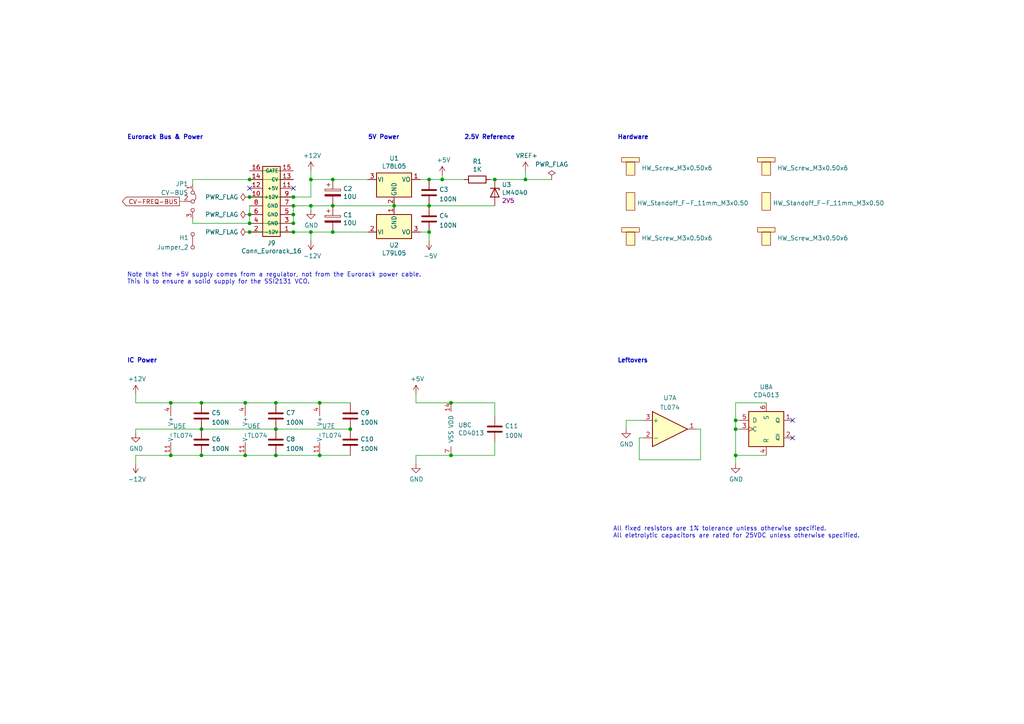
<source format=kicad_sch>
(kicad_sch (version 20211123) (generator eeschema)
  (paper "A4")
  (title_block (title "Power & Stuff - Eurorack SSI2131 VCO") (date "2022-01-31") (rev "1.1") (company "Len Popp") (comment 1 "Copyright © 2022 Len Popp CC BY") (comment 2 "Eurorack VCO module based on SSI2131, 10 HP"))
  (lib_symbols
    (symbol "-lmp-IC-misc:CD4013" (pin_names (offset 1.016))
      (property "Reference" "U" (at -7.62 8.89 0))
      (property "Value" "CD4013" (at -7.62 -8.89 0))
      (symbol "CD4013_1_1"
        (rectangle (start -5.08 5.08) (end 5.08 -5.08) (stroke (width 0.254)) (fill (type background)))
        (pin output line (at 7.62 2.54 180) (length 2.54) (name "Q") (number "1"))
        (pin output line (at 7.62 -2.54 180) (length 2.54) (name "~{Q}") (number "2"))
        (pin input clock (at -7.62 0 0) (length 2.54) (name "C") (number "3"))
        (pin input line (at 0 -7.62 90) (length 2.54) (name "R") (number "4"))
        (pin input line (at -7.62 2.54 0) (length 2.54) (name "D") (number "5"))
        (pin input line (at 0 7.62 270) (length 2.54) (name "S") (number "6"))
      )
      (symbol "CD4013_2_1"
        (rectangle (start -5.08 5.08) (end 5.08 -5.08) (stroke (width 0.254)) (fill (type background)))
        (pin input line (at 0 -7.62 90) (length 2.54) (name "R") (number "10"))
        (pin input clock (at -7.62 0 0) (length 2.54) (name "C") (number "11"))
        (pin output line (at 7.62 -2.54 180) (length 2.54) (name "~{Q}") (number "12"))
        (pin output line (at 7.62 2.54 180) (length 2.54) (name "Q") (number "13"))
        (pin input line (at 0 7.62 270) (length 2.54) (name "S") (number "8"))
        (pin input line (at -7.62 2.54 0) (length 2.54) (name "D") (number "9"))
      )
      (symbol "CD4013_3_1"
        (pin power_in line (at 3.81 7.62 270) (length 2.54) (name "VDD") (number "14"))
        (pin power_in line (at 3.81 -7.62 90) (length 2.54) (name "VSS") (number "7"))
      )
    )
    (symbol "-lmp-opamp:TL074" (pin_names (offset 0.127))
      (property "Reference" "U" (at 0 5.08 0))
      (property "Value" "TL074" (at 0 -5.08 0))
      (symbol "TL074_1_1"
        (polyline (pts (xy -5.08 5.08) (xy 5.08 0) (xy -5.08 -5.08) (xy -5.08 5.08)) (stroke (width 0.254)) (fill (type background)))
        (pin output line (at 7.62 0 180) (length 2.54) (name "~") (number "1"))
        (pin input line (at -7.62 -2.54 0) (length 2.54) (name "-") (number "2"))
        (pin input line (at -7.62 2.54 0) (length 2.54) (name "+") (number "3"))
      )
      (symbol "TL074_2_1"
        (polyline (pts (xy -5.08 5.08) (xy 5.08 0) (xy -5.08 -5.08) (xy -5.08 5.08)) (stroke (width 0.254)) (fill (type background)))
        (pin input line (at -7.62 2.54 0) (length 2.54) (name "+") (number "5"))
        (pin input line (at -7.62 -2.54 0) (length 2.54) (name "-") (number "6"))
        (pin output line (at 7.62 0 180) (length 2.54) (name "~") (number "7"))
      )
      (symbol "TL074_3_1"
        (polyline (pts (xy -5.08 5.08) (xy 5.08 0) (xy -5.08 -5.08) (xy -5.08 5.08)) (stroke (width 0.254)) (fill (type background)))
        (pin input line (at -7.62 2.54 0) (length 2.54) (name "+") (number "10"))
        (pin output line (at 7.62 0 180) (length 2.54) (name "~") (number "8"))
        (pin input line (at -7.62 -2.54 0) (length 2.54) (name "-") (number "9"))
      )
      (symbol "TL074_4_1"
        (polyline (pts (xy -5.08 5.08) (xy 5.08 0) (xy -5.08 -5.08) (xy -5.08 5.08)) (stroke (width 0.254)) (fill (type background)))
        (pin input line (at -7.62 2.54 0) (length 2.54) (name "+") (number "12"))
        (pin input line (at -7.62 -2.54 0) (length 2.54) (name "-") (number "13"))
        (pin output line (at 7.62 0 180) (length 2.54) (name "~") (number "14"))
      )
      (symbol "TL074_5_1"
        (pin power_in line (at -2.54 -7.62 90) (length 3.81) (name "V-") (number "11"))
        (pin power_in line (at -2.54 7.62 270) (length 3.81) (name "V+") (number "4"))
      )
    )
    (symbol "-lmp-power:+12V" (power) (pin_names (offset 0))
      (property "Value" "-lmp-power_+12V" (at 0 3.556 0))
      (symbol "+12V_0_1"
        (polyline (pts (xy -0.762 1.27) (xy 0 2.54)))
        (polyline (pts (xy 0 0) (xy 0 2.54)))
        (polyline (pts (xy 0 2.54) (xy 0.762 1.27)))
      )
      (symbol "+12V_1_1"
        (pin power_in line (at 0 0 90) (length 0) hide (name "+12V") (number "1"))
      )
    )
    (symbol "-lmp-power:+5V" (power) (pin_names (offset 0))
      (property "Value" "-lmp-power_+5V" (at 0 3.556 0))
      (symbol "+5V_0_1"
        (polyline (pts (xy -0.762 1.27) (xy 0 2.54)))
        (polyline (pts (xy 0 0) (xy 0 2.54)))
        (polyline (pts (xy 0 2.54) (xy 0.762 1.27)))
      )
      (symbol "+5V_1_1"
        (pin power_in line (at 0 0 90) (length 0) hide (name "+5V") (number "1"))
      )
    )
    (symbol "-lmp-power:-12V" (power) (pin_names (offset 0))
      (property "Value" "-lmp-power_-12V" (at 0 -3.556 0))
      (symbol "-12V_0_1"
        (polyline (pts (xy -0.762 -1.27) (xy 0 -2.54)))
        (polyline (pts (xy 0 -2.54) (xy 0.762 -1.27)))
        (polyline (pts (xy 0 0) (xy 0 -2.54)))
      )
      (symbol "-12V_1_1"
        (pin power_in line (at 0 0 270) (length 0) hide (name "-12V") (number "1"))
      )
    )
    (symbol "-lmp-power:-5V" (power) (pin_names (offset 0))
      (property "Value" "-lmp-power_-5V" (at 0 -3.556 0))
      (symbol "-5V_0_1"
        (polyline (pts (xy -0.762 -1.27) (xy 0 -2.54)))
        (polyline (pts (xy 0 -2.54) (xy 0.762 -1.27)))
        (polyline (pts (xy 0 0) (xy 0 -2.54)))
      )
      (symbol "-5V_1_1"
        (pin power_in line (at 0 0 270) (length 0) hide (name "-5V") (number "1"))
      )
    )
    (symbol "-lmp-power:GND" (power) (pin_names (offset 0))
      (property "Value" "-lmp-power_GND" (at 0 -3.81 0))
      (symbol "GND_0_1"
        (polyline (pts (xy 0 0) (xy 0 -1.27) (xy 1.27 -1.27) (xy 0 -2.54) (xy -1.27 -1.27) (xy 0 -1.27)))
      )
      (symbol "GND_1_1"
        (pin power_in line (at 0 0 270) (length 0) hide (name "GND") (number "1"))
      )
    )
    (symbol "-lmp-power:PWR_FLAG" (power) (pin_numbers hide) (pin_names (offset 0) hide)
      (property "Value" "-lmp-power_PWR_FLAG" (at 0 3.81 0))
      (symbol "PWR_FLAG_0_0"
        (pin power_out line (at 0 0 90) (length 0) (name "pwr") (number "1"))
      )
      (symbol "PWR_FLAG_0_1"
        (polyline (pts (xy 0 0) (xy 0 1.27) (xy -1.016 1.905) (xy 0 2.54) (xy 1.016 1.905) (xy 0 1.27)))
      )
    )
    (symbol "-lmp-power:VREF+" (power) (pin_names (offset 0))
      (property "Value" "-lmp-power_VREF+" (at 0 3.556 0))
      (symbol "VREF+_0_1"
        (polyline (pts (xy -0.762 1.27) (xy 0 2.54)))
        (polyline (pts (xy 0 0) (xy 0 2.54)))
        (polyline (pts (xy 0 2.54) (xy 0.762 1.27)))
      )
      (symbol "VREF+_1_1"
        (pin power_in line (at 0 0 90) (length 0) hide (name "VREF+") (number "1"))
      )
    )
    (symbol "-lmp-regulator:L78L05_TO92" (pin_names (offset 0.254))
      (property "Reference" "U" (at -3.81 3.175 0))
      (property "Value" "L78L05_TO92" (at 0 3.175 0))
      (symbol "L78L05_TO92_0_1"
        (rectangle (start -5.08 -5.08) (end 5.08 1.905) (stroke (width 0.254)) (fill (type background)))
      )
      (symbol "L78L05_TO92_1_1"
        (pin power_out line (at 7.62 0 180) (length 2.54) (name "VO") (number "1"))
        (pin power_in line (at 0 -7.62 90) (length 2.54) (name "GND") (number "2"))
        (pin power_in line (at -7.62 0 0) (length 2.54) (name "VI") (number "3"))
      )
    )
    (symbol "-lmp-regulator:L79L05_TO92" (pin_names (offset 0.254))
      (property "Reference" "U" (at -3.81 -3.175 0))
      (property "Value" "L79L05_TO92" (at 0 -3.175 0))
      (symbol "L79L05_TO92_0_1"
        (rectangle (start -5.08 5.08) (end 5.08 -1.905) (stroke (width 0.254)) (fill (type background)))
      )
      (symbol "L79L05_TO92_1_1"
        (pin power_in line (at 0 7.62 270) (length 2.54) (name "GND") (number "1"))
        (pin power_in line (at -7.62 0 0) (length 2.54) (name "VI") (number "2"))
        (pin power_out line (at 7.62 0 180) (length 2.54) (name "VO") (number "3"))
      )
    )
    (symbol "-lmp-regulator:LM4040" (pin_numbers hide) (pin_names (offset 1.016) hide)
      (property "Reference" "U" (at 0 2.54 0))
      (property "Value" "LM4040" (at 0 -2.54 0))
      (property "Value2" "[voltage]" (at 0 -4.572 0))
      (symbol "LM4040_0_1"
        (polyline (pts (xy 1.27 0) (xy -1.27 0)))
        (polyline (pts (xy -1.27 -1.27) (xy -1.27 1.27) (xy -0.762 1.27)) (stroke (width 0.254)))
        (polyline (pts (xy 1.27 -1.27) (xy 1.27 1.27) (xy -1.27 0) (xy 1.27 -1.27)) (stroke (width 0.254)))
      )
      (symbol "LM4040_1_1"
        (pin passive line (at -3.81 0 0) (length 2.54) (name "K") (number "1"))
        (pin passive line (at 3.81 0 180) (length 2.54) (name "A") (number "2"))
      )
    )
    (symbol "-lmp-synth:CP_10U" (pin_numbers hide) (pin_names (offset 0.254))
      (property "Reference" "C" (at 0.635 2.54 0))
      (property "Value" "CP_10U" (at 0.635 -2.54 0))
      (symbol "CP_10U_0_1"
        (rectangle (start -2.286 0.508) (end 2.286 1.016))
        (polyline (pts (xy -1.778 2.286) (xy -0.762 2.286)))
        (polyline (pts (xy -1.27 2.794) (xy -1.27 1.778)))
        (rectangle (start 2.286 -0.508) (end -2.286 -1.016) (fill (type outline)))
      )
      (symbol "CP_10U_1_1"
        (pin passive line (at 0 3.81 270) (length 2.794) (name "~") (number "1"))
        (pin passive line (at 0 -3.81 90) (length 2.794) (name "~") (number "2"))
      )
    )
    (symbol "-lmp-synth:Conn_Eurorack_Pwr_16"
      (property "Reference" "J" (at 1.27 10.16 0))
      (property "Value" "Conn_Eurorack_Pwr_16" (at 1.27 -12.7 0))
      (symbol "Conn_Eurorack_Pwr_16_1_1"
        (rectangle (start 3.81 -11.43) (end -1.27 8.89) (stroke (width 0.254)) (fill (type background)))
        (pin power_in line (at 7.62 -10.16 180) (length 3.81) (name "-12V") (number "1"))
        (pin power_in line (at -5.08 0 0) (length 3.81) (name "~") (number "10"))
        (pin power_in line (at 7.62 2.54 180) (length 3.81) (name "+5V") (number "11"))
        (pin power_in line (at -5.08 2.54 0) (length 3.81) (name "~") (number "12"))
        (pin bidirectional line (at 7.62 5.08 180) (length 3.81) (name "CV") (number "13"))
        (pin bidirectional line (at -5.08 5.08 0) (length 3.81) (name "~") (number "14"))
        (pin bidirectional line (at 7.62 7.62 180) (length 3.81) (name "GATE") (number "15"))
        (pin bidirectional line (at -5.08 7.62 0) (length 3.81) (name "~") (number "16"))
        (pin power_in line (at -5.08 -10.16 0) (length 3.81) (name "~") (number "2"))
        (pin power_in line (at 7.62 -7.62 180) (length 3.81) (name "GND") (number "3"))
        (pin power_in line (at -5.08 -7.62 0) (length 3.81) (name "~") (number "4"))
        (pin power_in line (at 7.62 -5.08 180) (length 3.81) (name "GND") (number "5"))
        (pin power_in line (at -5.08 -5.08 0) (length 3.81) (name "~") (number "6"))
        (pin power_in line (at 7.62 -2.54 180) (length 3.81) (name "GND") (number "7"))
        (pin power_in line (at -5.08 -2.54 0) (length 3.81) (name "~") (number "8"))
        (pin power_in line (at 7.62 0 180) (length 3.81) (name "+12V") (number "9"))
      )
    )
    (symbol "-lmp-synth:HW_Screw_M3x0.50x6" (pin_names (offset 1.016)) (on_board no)
      (property "Value" "HW_Screw_M3x0.50x6" (at 0 -5.08 0))
      (symbol "HW_Screw_M3x0.50x6_0_1"
        (rectangle (start -2.54 1.27) (end 2.54 2.54) (fill (type background)))
        (rectangle (start -1.27 1.27) (end 1.27 -2.54) (fill (type background)))
      )
    )
    (symbol "-lmp-synth:HW_Standoff_F-F_11mm_M3x0.50" (pin_names (offset 1.016)) (on_board no)
      (property "Value" "HW_Standoff_F-F_11mm_M3x0.50" (at 0 -3.81 0))
      (symbol "HW_Standoff_F-F_11mm_M3x0.50_0_1"
        (rectangle (start -1.27 2.54) (end 1.27 -2.54) (fill (type background)))
      )
    )
    (symbol "-lmp:CC_100N" (pin_numbers hide) (pin_names (offset 0.254))
      (property "Reference" "C" (at 0.635 2.54 0))
      (property "Value" "CC_100N" (at 0.635 -2.54 0))
      (symbol "CC_100N_0_1"
        (polyline (pts (xy -2.032 -0.762) (xy 2.032 -0.762)) (stroke (width 0.508)))
        (polyline (pts (xy -2.032 0.762) (xy 2.032 0.762)) (stroke (width 0.508)))
      )
      (symbol "CC_100N_1_1"
        (pin passive line (at 0 3.81 270) (length 2.794) (name "~") (number "1"))
        (pin passive line (at 0 -3.81 90) (length 2.794) (name "~") (number "2"))
      )
    )
    (symbol "-lmp:Jumper_2" (pin_names (offset 0) hide) (on_board no)
      (property "Reference" "H" (at 0 2.54 0))
      (property "Value" "Jumper_2" (at 0 -2.286 0))
      (symbol "Jumper_2_0_0"
        (circle (center -1.905 0) (radius 0.508))
        (circle (center 1.905 0) (radius 0.508))
      )
      (symbol "Jumper_2_0_1"
        (polyline (pts (xy -1.397 0) (xy 1.397 0)) (stroke (width 0.1524)))
      )
    )
    (symbol "-lmp:Jumper_Pins_3_Bridged12" (pin_names (offset 0) hide)
      (property "Reference" "JP" (at -2.54 -2.54 0))
      (property "Value" "Jumper_Pins_3_Bridged12" (at 0 2.794 0))
      (symbol "Jumper_Pins_3_Bridged12_0_0"
        (circle (center -2.54 0) (radius 0.508))
        (circle (center 0 0) (radius 0.508))
        (circle (center 2.54 0) (radius 0.508))
      )
      (symbol "Jumper_Pins_3_Bridged12_0_1"
        (arc (start -0.254 0.508) (mid -1.27 0.9288) (end -2.286 0.508))
        (polyline (pts (xy 0 -1.27) (xy 0 -0.508)))
      )
      (symbol "Jumper_Pins_3_Bridged12_1_1"
        (pin passive line (at -5.08 0 0) (length 2.032) (name "A") (number "1"))
        (pin input line (at 0 -2.54 90) (length 1.27) (name "C") (number "2"))
        (pin passive line (at 5.08 0 180) (length 2.032) (name "B") (number "3"))
      )
    )
    (symbol "-lmp:R_1%_0W166" (pin_numbers hide) (pin_names (offset 0))
      (property "Reference" "R" (at -2.286 0 90))
      (property "Value" "R_1%_0W166" (at 2.413 0 90))
      (symbol "R_1%_0W166_0_1"
        (rectangle (start -1.016 -2.54) (end 1.016 2.54) (stroke (width 0.254)))
      )
      (symbol "R_1%_0W166_1_1"
        (pin passive line (at 0 3.81 270) (length 1.27) (name "~") (number "1"))
        (pin passive line (at 0 -3.81 90) (length 1.27) (name "~") (number "2"))
      )
    )
  )
  (junction (at 124.46 52.07))
  (junction (at 90.17 52.07))
  (junction (at 72.39 62.23))
  (junction (at 90.17 67.31))
  (junction (at 80.01 132.08))
  (junction (at 130.81 116.84))
  (junction (at 71.12 116.84))
  (junction (at 58.42 124.46))
  (junction (at 96.52 59.69))
  (junction (at 143.51 52.07))
  (junction (at 85.09 57.15))
  (junction (at 71.12 132.08))
  (junction (at 114.3 59.69))
  (junction (at 213.36 132.08))
  (junction (at 85.09 59.69))
  (junction (at 58.42 116.84))
  (junction (at 101.6 124.46))
  (junction (at 92.71 132.08))
  (junction (at 72.39 67.31))
  (junction (at 80.01 124.46))
  (junction (at 124.46 59.69))
  (junction (at 124.46 67.31))
  (junction (at 85.09 67.31))
  (junction (at 49.53 116.84))
  (junction (at 49.53 132.08))
  (junction (at 72.39 57.15))
  (junction (at 213.36 121.92))
  (junction (at 58.42 132.08))
  (junction (at 152.4 52.07))
  (junction (at 85.09 64.77))
  (junction (at 72.39 52.07))
  (junction (at 85.09 62.23))
  (junction (at 130.81 132.08))
  (junction (at 80.01 116.84))
  (junction (at 90.17 59.69))
  (junction (at 72.39 64.77))
  (junction (at 128.27 52.07))
  (junction (at 213.36 124.46))
  (junction (at 96.52 52.07))
  (junction (at 96.52 67.31))
  (junction (at 92.71 116.84))
  (no_connect (at 72.39 54.61))
  (no_connect (at 229.87 127))
  (no_connect (at 229.87 121.92))
  (no_connect (at 85.09 54.61))
  (wire (pts (xy 120.65 116.84) (xy 130.81 116.84)))
  (wire (pts (xy 124.46 67.31) (xy 124.46 69.85)))
  (wire (pts (xy 39.37 124.46) (xy 58.42 124.46)))
  (wire (pts (xy 90.17 67.31) (xy 85.09 67.31)))
  (wire (pts (xy 80.01 116.84) (xy 92.71 116.84)))
  (wire (pts (xy 214.63 124.46) (xy 213.36 124.46)))
  (wire (pts (xy 143.51 132.08) (xy 143.51 128.27)))
  (wire (pts (xy 85.09 62.23) (xy 85.09 59.69)))
  (wire (pts (xy 213.36 124.46) (xy 213.36 132.08)))
  (wire (pts (xy 124.46 52.07) (xy 128.27 52.07)))
  (wire (pts (xy 72.39 64.77) (xy 55.88 64.77)))
  (wire (pts (xy 214.63 121.92) (xy 213.36 121.92)))
  (wire (pts (xy 124.46 59.69) (xy 143.51 59.69)))
  (wire (pts (xy 120.65 132.08) (xy 120.65 134.62)))
  (wire (pts (xy 121.92 52.07) (xy 124.46 52.07)))
  (wire (pts (xy 85.09 67.31) (xy 72.39 67.31)))
  (wire (pts (xy 152.4 49.53) (xy 152.4 52.07)))
  (wire (pts (xy 55.88 64.77) (xy 55.88 63.5)))
  (wire (pts (xy 80.01 124.46) (xy 101.6 124.46)))
  (wire (pts (xy 39.37 124.46) (xy 39.37 125.73)))
  (wire (pts (xy 72.39 64.77) (xy 72.39 62.23)))
  (wire (pts (xy 143.51 120.65) (xy 143.51 116.84)))
  (wire (pts (xy 58.42 132.08) (xy 71.12 132.08)))
  (wire (pts (xy 39.37 116.84) (xy 49.53 116.84)))
  (wire (pts (xy 90.17 57.15) (xy 85.09 57.15)))
  (wire (pts (xy 120.65 132.08) (xy 130.81 132.08)))
  (wire (pts (xy 201.93 124.46) (xy 203.2 124.46)))
  (wire (pts (xy 106.68 67.31) (xy 96.52 67.31)))
  (wire (pts (xy 213.36 121.92) (xy 213.36 124.46)))
  (wire (pts (xy 72.39 49.53) (xy 85.09 49.53)))
  (wire (pts (xy 72.39 52.07) (xy 55.88 52.07)))
  (wire (pts (xy 181.61 121.92) (xy 186.69 121.92)))
  (wire (pts (xy 72.39 62.23) (xy 72.39 59.69)))
  (wire (pts (xy 85.09 64.77) (xy 85.09 62.23)))
  (wire (pts (xy 39.37 116.84) (xy 39.37 114.3)))
  (wire (pts (xy 90.17 52.07) (xy 90.17 57.15)))
  (wire (pts (xy 213.36 116.84) (xy 213.36 121.92)))
  (wire (pts (xy 92.71 116.84) (xy 101.6 116.84)))
  (wire (pts (xy 114.3 59.69) (xy 96.52 59.69)))
  (wire (pts (xy 185.42 127) (xy 185.42 133.35)))
  (wire (pts (xy 85.09 57.15) (xy 72.39 57.15)))
  (wire (pts (xy 85.09 64.77) (xy 72.39 64.77)))
  (wire (pts (xy 222.25 132.08) (xy 213.36 132.08)))
  (wire (pts (xy 185.42 127) (xy 186.69 127)))
  (wire (pts (xy 71.12 116.84) (xy 80.01 116.84)))
  (wire (pts (xy 90.17 67.31) (xy 96.52 67.31)))
  (wire (pts (xy 181.61 124.46) (xy 181.61 121.92)))
  (wire (pts (xy 90.17 49.53) (xy 90.17 52.07)))
  (wire (pts (xy 213.36 134.62) (xy 213.36 132.08)))
  (wire (pts (xy 58.42 116.84) (xy 71.12 116.84)))
  (wire (pts (xy 90.17 52.07) (xy 96.52 52.07)))
  (wire (pts (xy 90.17 59.69) (xy 85.09 59.69)))
  (wire (pts (xy 49.53 116.84) (xy 58.42 116.84)))
  (wire (pts (xy 49.53 132.08) (xy 58.42 132.08)))
  (wire (pts (xy 128.27 50.8) (xy 128.27 52.07)))
  (wire (pts (xy 90.17 69.85) (xy 90.17 67.31)))
  (wire (pts (xy 55.88 52.07) (xy 55.88 53.34)))
  (wire (pts (xy 203.2 124.46) (xy 203.2 133.35)))
  (wire (pts (xy 39.37 134.62) (xy 39.37 132.08)))
  (wire (pts (xy 96.52 52.07) (xy 106.68 52.07)))
  (wire (pts (xy 134.62 52.07) (xy 128.27 52.07)))
  (wire (pts (xy 203.2 133.35) (xy 185.42 133.35)))
  (wire (pts (xy 92.71 132.08) (xy 101.6 132.08)))
  (wire (pts (xy 120.65 114.3) (xy 120.65 116.84)))
  (wire (pts (xy 58.42 124.46) (xy 80.01 124.46)))
  (wire (pts (xy 143.51 52.07) (xy 142.24 52.07)))
  (wire (pts (xy 80.01 132.08) (xy 92.71 132.08)))
  (wire (pts (xy 39.37 132.08) (xy 49.53 132.08)))
  (wire (pts (xy 71.12 132.08) (xy 80.01 132.08)))
  (wire (pts (xy 114.3 59.69) (xy 124.46 59.69)))
  (wire (pts (xy 143.51 52.07) (xy 152.4 52.07)))
  (wire (pts (xy 152.4 52.07) (xy 160.02 52.07)))
  (wire (pts (xy 90.17 59.69) (xy 96.52 59.69)))
  (wire (pts (xy 85.09 52.07) (xy 72.39 52.07)))
  (wire (pts (xy 130.81 132.08) (xy 143.51 132.08)))
  (wire (pts (xy 90.17 59.69) (xy 90.17 60.96)))
  (wire (pts (xy 222.25 116.84) (xy 213.36 116.84)))
  (wire (pts (xy 121.92 67.31) (xy 124.46 67.31)))
  (wire (pts (xy 52.07 58.42) (xy 53.34 58.42)))
  (wire (pts (xy 130.81 116.84) (xy 143.51 116.84)))
  (text "Eurorack Bus & Power" (at 36.83 40.64 0) (effects (font (size 1.27 1.27) (thickness 0.254) bold) (justify left bottom)))
  (text "Leftovers" (at 179.07 105.41 0) (effects (font (size 1.27 1.27) (thickness 0.254) bold) (justify left bottom)))
  (text "Hardware" (at 179.07 40.64 0) (effects (font (size 1.27 1.27) (thickness 0.254) bold) (justify left bottom)))
  (text "5V Power" (at 106.68 40.64 0) (effects (font (size 1.27 1.27) (thickness 0.254) bold) (justify left bottom)))
  (text "All fixed resistors are 1% tolerance unless otherwise specified.\nAll eletrolytic capacitors are rated for 25VDC unless otherwise specified." (at 177.8 156.21 0) (effects (font (size 1.27 1.27)) (justify left bottom)))
  (text "IC Power" (at 36.83 105.41 0) (effects (font (size 1.27 1.27) (thickness 0.254) bold) (justify left bottom)))
  (text "2.5V Reference" (at 134.62 40.64 0) (effects (font (size 1.27 1.27) (thickness 0.254) bold) (justify left bottom)))
  (text "Note that the +5V supply comes from a regulator, not from the Eurorack power cable.\nThis is to ensure a solid supply for the SSI2131 VCO." (at 36.83 82.55 0) (effects (font (size 1.27 1.27)) (justify left bottom)))
  (global_label "CV-FREQ-BUS" (shape output) (at 52.07 58.42 180) (property "Intersheet References" "${INTERSHEET_REFS}" (effects hide)))
  (symbol (lib_id "-lmp-synth:Conn_Eurorack_Pwr_16") (at 77.47 57.15 0) (unit 1)
    (property "Reference" "J9" (at 78.74 70.485 0))
    (property "Value" "Conn_Eurorack_16" (at 78.74 72.7964 0))
    (property "Footprint" "-lmp-synth:IDC-Header-Eurorack-16-TH" (effects hide))
    (property "Datasheet" "https://www.mouser.ca/datasheet/2/445/61201621621-1717735.pdf" (effects hide))
    (property "Manufacturer" "Wurth Elektronik" (effects hide))
    (property "ManufacturerPartNum" "61201621621" (effects hide))
    (property "Distributor" "Mouser" (effects hide))
    (property "DistributorPartNum" "710-61201621621" (effects hide))
    (property "DistributorPartLink" "https://www.mouser.ca/ProductDetail/Wurth-Elektronik/61201621621?qs=ZtY9WdtwX55qFf4n3EFuaA%3D%3D" (effects hide))
  )
  (symbol (lib_id "-lmp-power:PWR_FLAG") (at 72.39 57.15 90) (unit 1)
    (property "Reference" "#FLG0101" (effects hide))
    (property "Value" "PWR_FLAG" (at 69.1642 57.15 90) (effects (justify left)))
  )
  (symbol (lib_id "-lmp-power:PWR_FLAG") (at 72.39 62.23 90) (unit 1)
    (property "Reference" "#FLG0102" (effects hide))
    (property "Value" "PWR_FLAG" (at 69.1642 62.23 90) (effects (justify left)))
  )
  (symbol (lib_id "-lmp-power:PWR_FLAG") (at 72.39 67.31 90) (unit 1)
    (property "Reference" "#FLG0103" (effects hide))
    (property "Value" "PWR_FLAG" (at 69.1642 67.31 90) (effects (justify left)))
  )
  (symbol (lib_id "-lmp-synth:CP_10U") (at 96.52 55.88 0) (unit 1)
    (property "Reference" "C2" (at 99.5172 54.7116 0) (effects (justify left)))
    (property "Value" "10U" (at 99.5172 57.023 0) (effects (justify left)))
    (property "Footprint" "-lmp-misc:CP_Radial_D4.0mm_P2.50mm" (effects hide))
    (property "Datasheet" "https://industrial.panasonic.com/cdbs/www-data/pdf/RDF0000/ABA0000C1209.pdf" (effects hide))
    (property "Manufacturer" "Panasonic" (effects hide))
    (property "ManufacturerPartNum" "EEA-FC1E100" (effects hide))
    (property "Distributor" "Mouser" (effects hide))
    (property "DistributorPartNum" "667-EEA-FC1E100" (effects hide))
    (property "DistributorPartLink" "https://www.mouser.ca/ProductDetail/Panasonic/EEA-FC1E100?qs=nLJruSqDb94EJwiFQJd4iw%3D%3D" (effects hide))
    (property "Note" "12 V decoupling" (effects hide))
    (property "Value2" "25 VDC" (effects hide))
  )
  (symbol (lib_id "-lmp-synth:CP_10U") (at 96.52 63.5 0) (unit 1)
    (property "Reference" "C1" (at 99.5172 62.3316 0) (effects (justify left)))
    (property "Value" "10U" (at 99.5172 64.643 0) (effects (justify left)))
    (property "Footprint" "-lmp-misc:CP_Radial_D4.0mm_P2.50mm" (effects hide))
    (property "Datasheet" "https://industrial.panasonic.com/cdbs/www-data/pdf/RDF0000/ABA0000C1209.pdf" (effects hide))
    (property "Manufacturer" "Panasonic" (effects hide))
    (property "ManufacturerPartNum" "EEA-FC1E100" (effects hide))
    (property "Distributor" "Mouser" (effects hide))
    (property "DistributorPartNum" "667-EEA-FC1E100" (effects hide))
    (property "DistributorPartLink" "https://www.mouser.ca/ProductDetail/Panasonic/EEA-FC1E100?qs=nLJruSqDb94EJwiFQJd4iw%3D%3D" (effects hide))
    (property "Note" "12 V decoupling" (effects hide))
    (property "Value2" "25 VDC" (effects hide))
  )
  (symbol (lib_id "-lmp-power:GND") (at 90.17 60.96 0) (unit 1)
    (property "Reference" "#PWR0159" (effects hide))
    (property "Value" "GND" (at 90.297 65.3542 0))
  )
  (symbol (lib_id "-lmp-power:+12V") (at 90.17 49.53 0) (unit 1)
    (property "Reference" "#PWR0169" (effects hide))
    (property "Value" "+12V" (at 90.551 45.1358 0))
  )
  (symbol (lib_id "-lmp-power:-12V") (at 90.17 69.85 0) (unit 1)
    (property "Reference" "#PWR0158" (effects hide))
    (property "Value" "-12V" (at 90.551 74.2442 0))
  )
  (symbol (lib_id "-lmp-power:PWR_FLAG") (at 160.02 52.07 0) (unit 1)
    (property "Reference" "#FLG0107" (effects hide))
    (property "Value" "PWR_FLAG" (at 160.02 47.6758 0))
  )
  (symbol (lib_id "-lmp-regulator:LM4040") (at 143.51 55.88 270) (unit 1)
    (property "Reference" "U3" (at 145.542 53.5686 90) (effects (justify left)))
    (property "Value" "LM4040" (at 145.542 55.88 90) (effects (justify left)))
    (property "Footprint" "-lmp-misc:TO-92-2_Wide_alt" (effects hide))
    (property "Datasheet" "https://www.ti.com/lit/ds/symlink/lm4040-n.pdf?ts=1622551591255" (effects hide))
    (property "Value2" "2V5" (at 145.542 58.1914 90) (effects (justify left)))
    (property "Manufacturer" "Texas Instruments" (effects hide))
    (property "ManufacturerPartNum" "LM4040C25ILP" (effects hide))
    (property "Distributor" "Mouser" (effects hide))
    (property "DistributorPartLink" "https://www.mouser.ca/ProductDetail/Texas-Instruments/LM4040C25ILP?qs=sGAEpiMZZMvAX9OfPh%252B2NeQKDBdIrMru9XwMGGAeJHk%3D" (effects hide))
    (property "DistributorPartNum" "595-LM4040C25ILP" (effects hide))
  )
  (symbol (lib_id "-lmp-regulator:L79L05_TO92") (at 114.3 67.31 0) (unit 1)
    (property "Reference" "U2" (at 114.3 71.0946 0))
    (property "Value" "L79L05" (at 114.3 73.406 0))
    (property "Footprint" "-lmp-misc:TO-92_Inline_Wide" (effects hide))
    (property "Datasheet" "https://www.mouser.ca/datasheet/2/389/cd00000539-1795613.pdf" (effects hide))
    (property "Manufacturer" "STMicroelectronics" (effects hide))
    (property "ManufacturerPartNum" "L79L05ACZ" (effects hide))
    (property "Distributor" "Mouser" (effects hide))
    (property "DistributorPartNum" "511-L79L05ACZ" (effects hide))
    (property "DistributorPartLink" "https://www.mouser.ca/ProductDetail/?qs=GQP%2FxgjKl971oYG29hlmcw%3D%3D" (effects hide))
  )
  (symbol (lib_id "-lmp:R_1%_0W166") (at 138.43 52.07 270) (mirror x) (unit 1)
    (property "Reference" "R1" (at 138.43 46.8122 90))
    (property "Value" "1K" (at 138.43 49.1236 90))
    (property "Footprint" "-lmp-misc:R_Axial_DIN0207_L6.3mm_D2.5mm_P7.62mm_Horizontal" (effects hide))
    (property "Datasheet" "https://www.mouser.ca/datasheet/2/447/Yageo_LR_MFR_1-1714151.pdf" (effects hide))
    (property "Manufacturer" "YAGEO" (effects hide))
    (property "ManufacturerPartNum" "MFR-12FTF52-1K" (effects hide))
    (property "Distributor" "Mouser" (effects hide))
    (property "DistributorPartNum" "603-MFR-12FTF52-1K" (effects hide))
    (property "DistributorPartLink" "https://www.mouser.ca/ProductDetail/?qs=oAGoVhmvjhziakooNB4n2Q%3D%3D" (effects hide))
    (property "Value2" "1%, 1/6 W" (effects hide))
  )
  (symbol (lib_id "-lmp-power:-5V") (at 124.46 69.85 0) (unit 1)
    (property "Reference" "#PWR0162" (effects hide))
    (property "Value" "-5V" (at 124.841 74.2442 0))
  )
  (symbol (lib_id "-lmp-power:-12V") (at 39.37 134.62 0) (unit 1)
    (property "Reference" "#PWR0166" (effects hide))
    (property "Value" "-12V" (at 39.751 139.0142 0))
  )
  (symbol (lib_id "-lmp-power:GND") (at 39.37 125.73 0) (unit 1)
    (property "Reference" "#PWR0167" (effects hide))
    (property "Value" "GND" (at 39.497 130.1242 0))
  )
  (symbol (lib_id "-lmp-power:+12V") (at 39.37 114.3 0) (unit 1)
    (property "Reference" "#PWR0168" (effects hide))
    (property "Value" "+12V" (at 39.751 109.9058 0))
  )
  (symbol (lib_id "-lmp-power:+5V") (at 120.65 114.3 0) (unit 1)
    (property "Reference" "#PWR019" (effects hide))
    (property "Value" "+5V" (at 121.031 109.9058 0))
  )
  (symbol (lib_id "-lmp-power:GND") (at 120.65 134.62 0) (unit 1)
    (property "Reference" "#PWR020" (effects hide))
    (property "Value" "GND" (at 120.777 139.0142 0))
  )
  (symbol (lib_id "-lmp-IC-misc:CD4013") (at 127 124.46 0) (unit 3)
    (property "Reference" "U8" (at 132.842 123.2916 0) (effects (justify left)))
    (property "Value" "CD4013" (at 132.842 125.603 0) (effects (justify left)))
    (property "Footprint" "Package_DIP:DIP-14_W7.62mm" (effects hide))
    (property "Datasheet" "https://www.ti.com/lit/ds/symlink/cd4013b.pdf" (effects hide))
    (property "Manufacturer" "Texas Instruments" (effects hide))
    (property "ManufacturerPartNum" "CD4013BE" (effects hide))
    (property "Distributor" "Mouser" (effects hide))
    (property "DistributorPartNum" "595-CD4013BE" (effects hide))
    (property "DistributorPartLink" "https://www.mouser.ca/ProductDetail/Texas-Instruments/CD4013BE?qs=pt%2FIv5r0EPc2Chv9B9JKAA==" (effects hide))
  )
  (symbol (lib_id "-lmp-regulator:L78L05_TO92") (at 114.3 52.07 0) (unit 1)
    (property "Reference" "U1" (at 114.3 45.9232 0))
    (property "Value" "L78L05" (at 114.3 48.2346 0))
    (property "Footprint" "-lmp-misc:TO-92_Inline_Wide" (effects hide))
    (property "Datasheet" "http://www.st.com/content/ccc/resource/technical/document/datasheet/15/55/e5/aa/23/5b/43/fd/CD00000446.pdf/files/CD00000446.pdf/jcr:content/translations/en.CD00000446.pdf" (effects hide))
    (property "Manufacturer" "STMicroelectronics " (effects hide))
    (property "ManufacturerPartNum" "L78L05ACZ-AP" (effects hide))
    (property "Distributor" "Mouser" (effects hide))
    (property "DistributorPartNum" "511-L78L05ACZ-AP" (effects hide))
    (property "DistributorPartLink" "https://www.mouser.ca/ProductDetail/STMicroelectronics/L78L05ACZ-AP?qs=sGAEpiMZZMuLLNXTG1MZanrpqIdcnbmrowz4nhu1BnI%3D" (effects hide))
  )
  (symbol (lib_id "-lmp-power:+5V") (at 128.27 50.8 0) (unit 1)
    (property "Reference" "#PWR0172" (effects hide))
    (property "Value" "+5V" (at 128.651 46.4058 0))
  )
  (symbol (lib_id "-lmp-power:VREF+") (at 152.4 49.53 0) (unit 1)
    (property "Reference" "#PWR01" (effects hide))
    (property "Value" "VREF+" (at 152.781 45.1358 0))
  )
  (symbol (lib_id "-lmp-IC-misc:CD4013") (at 222.25 124.46 0) (unit 1)
    (property "Reference" "U8" (at 222.25 112.2426 0))
    (property "Value" "CD4013" (at 222.25 114.554 0))
    (property "Footprint" "Package_DIP:DIP-14_W7.62mm" (effects hide))
    (property "Datasheet" "https://www.ti.com/lit/ds/symlink/cd4013b.pdf" (effects hide))
    (property "Manufacturer" "Texas Instruments" (effects hide))
    (property "ManufacturerPartNum" "CD4013BE" (effects hide))
    (property "Distributor" "Mouser" (effects hide))
    (property "DistributorPartNum" "595-CD4013BE" (effects hide))
    (property "DistributorPartLink" "https://www.mouser.ca/ProductDetail/Texas-Instruments/CD4013BE?qs=pt%2FIv5r0EPc2Chv9B9JKAA==" (effects hide))
  )
  (symbol (lib_id "-lmp-power:GND") (at 213.36 134.62 0) (unit 1)
    (property "Reference" "#PWR0170" (effects hide))
    (property "Value" "GND" (at 213.487 139.0142 0))
  )
  (symbol (lib_id "-lmp:Jumper_Pins_3_Bridged12") (at 55.88 58.42 270) (unit 1)
    (property "Reference" "JP1" (at 54.61 53.34 90) (effects (justify right)))
    (property "Value" "CV-BUS" (at 54.61 55.88 90) (effects (justify right)))
    (property "Footprint" "-lmp-misc:PinHeader_1x03_P2.54mm_Vertical" (effects hide))
  )
  (symbol (lib_id "-lmp-power:GND") (at 181.61 124.46 0) (unit 1)
    (property "Reference" "#PWR0113" (effects hide))
    (property "Value" "GND" (at 181.737 128.8542 0))
  )
  (symbol (lib_id "-lmp:Jumper_2") (at 55.88 69.85 90) (unit 1) (on_board no)
    (property "Reference" "H1" (at 54.737 68.9415 90) (effects (justify left)))
    (property "Value" "Jumper_2" (at 54.737 71.7166 90) (effects (justify left)))
    (property "Footprint" "-lmp-misc:NoFootprint" (effects hide))
    (property "Datasheet" "https://www.mouser.ca/datasheet/2/209/KC-301174-1171759.pdf" (effects hide))
    (property "Distributor" "Mouser" (effects hide))
    (property "DistributorPartNum" "151-8013-E" (effects hide))
    (property "DistributorPartLink" "https://www.mouser.ca/ProductDetail/Kobiconn/151-8013-E?qs=RC2ne4458IJaOh%2FxzS50bA%3D%3D" (effects hide))
    (property "Distributor2" "Adafruit" (effects hide))
    (property "DistributorPartNum2" "3525" (effects hide))
    (property "DistributorPartLink2" "https://www.adafruit.com/product/3525" (effects hide))
  )
  (symbol (lib_id "-lmp-opamp:TL074") (at 73.66 124.46 0) (unit 5)
    (property "Reference" "U6" (at 71.755 123.5515 0) (effects (justify left)))
    (property "Value" "TL074" (at 71.755 126.3266 0) (effects (justify left)))
    (property "Footprint" "Package_DIP:DIP-14_W7.62mm" (effects hide))
    (property "Datasheet" "http://www.ti.com/lit/ds/symlink/tl071.pdf" (effects hide))
    (property "Manufacturer" "Texas Instruments" (effects hide))
    (property "ManufacturerPartNum" "TL074BCN" (effects hide))
    (property "Distributor" "Mouser" (effects hide))
    (property "DistributorPartNum" "595-TL074BCN" (effects hide))
    (property "DistributorPartLink" "https://www.mouser.ca/ProductDetail/?qs=vxEfx8VrU7BHurOY5iQdiA%3D%3D" (effects hide))
  )
  (symbol (lib_id "-lmp-synth:HW_Screw_M3x0.50x6") (at 222.25 48.26 0) (unit 1) (on_board no)
    (property "Reference" "H5" (effects hide))
    (property "Value" "HW_Screw_M3x0.50x6" (at 225.425 48.739 0) (effects (justify left)))
  )
  (symbol (lib_id "-lmp:CC_100N") (at 58.42 128.27 0) (unit 1)
    (property "Reference" "C6" (at 61.341 127.3615 0) (effects (justify left)))
    (property "Value" "100N" (at 61.341 130.1366 0) (effects (justify left)))
    (property "Footprint" "-lmp-misc:C_Disc_D5.0mm_W2.5mm_P2.50mm" (effects hide))
    (property "Datasheet" "https://product.tdk.com/system/files/dam/doc/product/capacitor/ceramic/lead-mlcc/catalog/leadmlcc_halogenfree_fg_en.pdf" (effects hide))
    (property "Note" "IC decoupling" (effects hide))
    (property "Manufacturer" "TDK" (effects hide))
    (property "ManufacturerPartNum" "FG18X7R1H104KNT06" (effects hide))
    (property "Distributor" "Mouser" (effects hide))
    (property "DistributorPartNum" "810-FG18X7R1H104KNT6" (effects hide))
    (property "DistributorPartLink" "https://www.mouser.ca/ProductDetail/810-FG18X7R1H104KNT6" (effects hide))
  )
  (symbol (lib_id "-lmp-synth:HW_Screw_M3x0.50x6") (at 182.88 48.26 0) (unit 1) (on_board no)
    (property "Reference" "H2" (effects hide))
    (property "Value" "HW_Screw_M3x0.50x6" (at 186.055 48.739 0) (effects (justify left)))
  )
  (symbol (lib_id "-lmp:CC_100N") (at 80.01 120.65 0) (unit 1)
    (property "Reference" "C7" (at 82.931 119.7415 0) (effects (justify left)))
    (property "Value" "100N" (at 82.931 122.5166 0) (effects (justify left)))
    (property "Footprint" "-lmp-misc:C_Disc_D5.0mm_W2.5mm_P2.50mm" (effects hide))
    (property "Datasheet" "https://product.tdk.com/system/files/dam/doc/product/capacitor/ceramic/lead-mlcc/catalog/leadmlcc_halogenfree_fg_en.pdf" (effects hide))
    (property "Note" "IC decoupling" (effects hide))
    (property "Manufacturer" "TDK" (effects hide))
    (property "ManufacturerPartNum" "FG18X7R1H104KNT06" (effects hide))
    (property "Distributor" "Mouser" (effects hide))
    (property "DistributorPartNum" "810-FG18X7R1H104KNT6" (effects hide))
    (property "DistributorPartLink" "https://www.mouser.ca/ProductDetail/810-FG18X7R1H104KNT6" (effects hide))
  )
  (symbol (lib_id "-lmp:CC_100N") (at 124.46 55.88 0) (unit 1)
    (property "Reference" "C3" (at 127.381 54.9715 0) (effects (justify left)))
    (property "Value" "100N" (at 127.381 57.7466 0) (effects (justify left)))
    (property "Footprint" "-lmp-misc:C_Disc_D5.0mm_W2.5mm_P2.50mm" (effects hide))
    (property "Datasheet" "https://product.tdk.com/system/files/dam/doc/product/capacitor/ceramic/lead-mlcc/catalog/leadmlcc_halogenfree_fg_en.pdf" (effects hide))
    (property "Note" "IC decoupling" (effects hide))
    (property "Manufacturer" "TDK" (effects hide))
    (property "ManufacturerPartNum" "FG18X7R1H104KNT06" (effects hide))
    (property "Distributor" "Mouser" (effects hide))
    (property "DistributorPartNum" "810-FG18X7R1H104KNT6" (effects hide))
    (property "DistributorPartLink" "https://www.mouser.ca/ProductDetail/810-FG18X7R1H104KNT6" (effects hide))
  )
  (symbol (lib_id "-lmp-synth:HW_Standoff_F-F_11mm_M3x0.50") (at 182.88 58.42 0) (unit 1) (on_board no)
    (property "Reference" "H3" (effects hide))
    (property "Value" "HW_Standoff_F-F_11mm_M3x0.50" (at 184.785 58.899 0) (effects (justify left)))
    (property "Datasheet" "https://www.thonk.co.uk/wp-content/uploads/2018/05/standoff-datasheet.pdf" (effects hide))
    (property "Distributor" "Thonk" (effects hide))
    (property "DistributorPartNum" "Mech_11mm_Standoff_(x10)" (effects hide))
    (property "DistributorPartLink" "https://www.thonk.co.uk/shop/standoffs/" (effects hide))
    (property "Manufacturer" "Ettinger" (effects hide))
    (property "ManufacturerPartNum" "05.03.111" (effects hide))
    (property "Distributor2" "Mouser" (effects hide))
    (property "DistributorPartNum2" "710-970110321" (effects hide))
    (property "DistributorPartLink2" "https://www.mouser.ca/ProductDetail/Wurth-Elektronik/970110321?qs=wr8lucFkNMUs0IWSCWTB3w%3D%3D" (effects hide))
  )
  (symbol (lib_id "-lmp-opamp:TL074") (at 95.25 124.46 0) (unit 5)
    (property "Reference" "U7" (at 93.345 123.5515 0) (effects (justify left)))
    (property "Value" "TL074" (at 93.345 126.3266 0) (effects (justify left)))
    (property "Footprint" "Package_DIP:DIP-14_W7.62mm" (effects hide))
    (property "Datasheet" "http://www.ti.com/lit/ds/symlink/tl071.pdf" (effects hide))
    (property "Manufacturer" "Texas Instruments" (effects hide))
    (property "ManufacturerPartNum" "TL074BCN" (effects hide))
    (property "Distributor" "Mouser" (effects hide))
    (property "DistributorPartNum" "595-TL074BCN" (effects hide))
    (property "DistributorPartLink" "https://www.mouser.ca/ProductDetail/?qs=vxEfx8VrU7BHurOY5iQdiA%3D%3D" (effects hide))
  )
  (symbol (lib_id "-lmp:CC_100N") (at 124.46 63.5 0) (unit 1)
    (property "Reference" "C4" (at 127.381 62.5915 0) (effects (justify left)))
    (property "Value" "100N" (at 127.381 65.3666 0) (effects (justify left)))
    (property "Footprint" "-lmp-misc:C_Disc_D5.0mm_W2.5mm_P2.50mm" (effects hide))
    (property "Datasheet" "https://product.tdk.com/system/files/dam/doc/product/capacitor/ceramic/lead-mlcc/catalog/leadmlcc_halogenfree_fg_en.pdf" (effects hide))
    (property "Note" "IC decoupling" (effects hide))
    (property "Manufacturer" "TDK" (effects hide))
    (property "ManufacturerPartNum" "FG18X7R1H104KNT06" (effects hide))
    (property "Distributor" "Mouser" (effects hide))
    (property "DistributorPartNum" "810-FG18X7R1H104KNT6" (effects hide))
    (property "DistributorPartLink" "https://www.mouser.ca/ProductDetail/810-FG18X7R1H104KNT6" (effects hide))
  )
  (symbol (lib_id "-lmp-opamp:TL074") (at 194.31 124.46 0) (unit 1)
    (property "Reference" "U7" (at 194.31 115.4135 0))
    (property "Value" "TL074" (at 194.31 118.1886 0))
    (property "Footprint" "Package_DIP:DIP-14_W7.62mm" (effects hide))
    (property "Datasheet" "http://www.ti.com/lit/ds/symlink/tl071.pdf" (effects hide))
    (property "Manufacturer" "Texas Instruments" (effects hide))
    (property "ManufacturerPartNum" "TL074BCN" (effects hide))
    (property "Distributor" "Mouser" (effects hide))
    (property "DistributorPartNum" "595-TL074BCN" (effects hide))
    (property "DistributorPartLink" "https://www.mouser.ca/ProductDetail/?qs=vxEfx8VrU7BHurOY5iQdiA%3D%3D" (effects hide))
  )
  (symbol (lib_id "-lmp:CC_100N") (at 58.42 120.65 0) (unit 1)
    (property "Reference" "C5" (at 61.341 119.7415 0) (effects (justify left)))
    (property "Value" "100N" (at 61.341 122.5166 0) (effects (justify left)))
    (property "Footprint" "-lmp-misc:C_Disc_D5.0mm_W2.5mm_P2.50mm" (effects hide))
    (property "Datasheet" "https://product.tdk.com/system/files/dam/doc/product/capacitor/ceramic/lead-mlcc/catalog/leadmlcc_halogenfree_fg_en.pdf" (effects hide))
    (property "Note" "IC decoupling" (effects hide))
    (property "Manufacturer" "TDK" (effects hide))
    (property "ManufacturerPartNum" "FG18X7R1H104KNT06" (effects hide))
    (property "Distributor" "Mouser" (effects hide))
    (property "DistributorPartNum" "810-FG18X7R1H104KNT6" (effects hide))
    (property "DistributorPartLink" "https://www.mouser.ca/ProductDetail/810-FG18X7R1H104KNT6" (effects hide))
  )
  (symbol (lib_id "-lmp:CC_100N") (at 101.6 120.65 0) (unit 1)
    (property "Reference" "C9" (at 104.521 119.7415 0) (effects (justify left)))
    (property "Value" "100N" (at 104.521 122.5166 0) (effects (justify left)))
    (property "Footprint" "-lmp-misc:C_Disc_D5.0mm_W2.5mm_P2.50mm" (effects hide))
    (property "Datasheet" "https://product.tdk.com/system/files/dam/doc/product/capacitor/ceramic/lead-mlcc/catalog/leadmlcc_halogenfree_fg_en.pdf" (effects hide))
    (property "Note" "IC decoupling" (effects hide))
    (property "Manufacturer" "TDK" (effects hide))
    (property "ManufacturerPartNum" "FG18X7R1H104KNT06" (effects hide))
    (property "Distributor" "Mouser" (effects hide))
    (property "DistributorPartNum" "810-FG18X7R1H104KNT6" (effects hide))
    (property "DistributorPartLink" "https://www.mouser.ca/ProductDetail/810-FG18X7R1H104KNT6" (effects hide))
  )
  (symbol (lib_id "-lmp:CC_100N") (at 143.51 124.46 0) (unit 1)
    (property "Reference" "C11" (at 146.431 123.5515 0) (effects (justify left)))
    (property "Value" "100N" (at 146.431 126.3266 0) (effects (justify left)))
    (property "Footprint" "-lmp-misc:C_Disc_D5.0mm_W2.5mm_P2.50mm" (effects hide))
    (property "Datasheet" "https://product.tdk.com/system/files/dam/doc/product/capacitor/ceramic/lead-mlcc/catalog/leadmlcc_halogenfree_fg_en.pdf" (effects hide))
    (property "Note" "IC decoupling" (effects hide))
    (property "Manufacturer" "TDK" (effects hide))
    (property "ManufacturerPartNum" "FG18X7R1H104KNT06" (effects hide))
    (property "Distributor" "Mouser" (effects hide))
    (property "DistributorPartNum" "810-FG18X7R1H104KNT6" (effects hide))
    (property "DistributorPartLink" "https://www.mouser.ca/ProductDetail/810-FG18X7R1H104KNT6" (effects hide))
  )
  (symbol (lib_id "-lmp-synth:HW_Screw_M3x0.50x6") (at 182.88 68.58 0) (unit 1) (on_board no)
    (property "Reference" "H4" (effects hide))
    (property "Value" "HW_Screw_M3x0.50x6" (at 186.055 69.059 0) (effects (justify left)))
  )
  (symbol (lib_id "-lmp:CC_100N") (at 80.01 128.27 0) (unit 1)
    (property "Reference" "C8" (at 82.931 127.3615 0) (effects (justify left)))
    (property "Value" "100N" (at 82.931 130.1366 0) (effects (justify left)))
    (property "Footprint" "-lmp-misc:C_Disc_D5.0mm_W2.5mm_P2.50mm" (effects hide))
    (property "Datasheet" "https://product.tdk.com/system/files/dam/doc/product/capacitor/ceramic/lead-mlcc/catalog/leadmlcc_halogenfree_fg_en.pdf" (effects hide))
    (property "Note" "IC decoupling" (effects hide))
    (property "Manufacturer" "TDK" (effects hide))
    (property "ManufacturerPartNum" "FG18X7R1H104KNT06" (effects hide))
    (property "Distributor" "Mouser" (effects hide))
    (property "DistributorPartNum" "810-FG18X7R1H104KNT6" (effects hide))
    (property "DistributorPartLink" "https://www.mouser.ca/ProductDetail/810-FG18X7R1H104KNT6" (effects hide))
  )
  (symbol (lib_id "-lmp-synth:HW_Screw_M3x0.50x6") (at 222.25 68.58 0) (unit 1) (on_board no)
    (property "Reference" "H7" (effects hide))
    (property "Value" "HW_Screw_M3x0.50x6" (at 225.425 69.059 0) (effects (justify left)))
  )
  (symbol (lib_id "-lmp-synth:HW_Standoff_F-F_11mm_M3x0.50") (at 222.25 58.42 0) (unit 1) (on_board no)
    (property "Reference" "H6" (effects hide))
    (property "Value" "HW_Standoff_F-F_11mm_M3x0.50" (at 224.155 58.899 0) (effects (justify left)))
    (property "Datasheet" "https://www.thonk.co.uk/wp-content/uploads/2018/05/standoff-datasheet.pdf" (effects hide))
    (property "Distributor" "Thonk" (effects hide))
    (property "DistributorPartNum" "Mech_11mm_Standoff_(x10)" (effects hide))
    (property "DistributorPartLink" "https://www.thonk.co.uk/shop/standoffs/" (effects hide))
    (property "Manufacturer" "Ettinger" (effects hide))
    (property "ManufacturerPartNum" "05.03.111" (effects hide))
    (property "Distributor2" "Mouser" (effects hide))
    (property "DistributorPartNum2" "710-970110321" (effects hide))
    (property "DistributorPartLink2" "https://www.mouser.ca/ProductDetail/Wurth-Elektronik/970110321?qs=wr8lucFkNMUs0IWSCWTB3w%3D%3D" (effects hide))
  )
  (symbol (lib_id "-lmp:CC_100N") (at 101.6 128.27 0) (unit 1)
    (property "Reference" "C10" (at 104.521 127.3615 0) (effects (justify left)))
    (property "Value" "100N" (at 104.521 130.1366 0) (effects (justify left)))
    (property "Footprint" "-lmp-misc:C_Disc_D5.0mm_W2.5mm_P2.50mm" (effects hide))
    (property "Datasheet" "https://product.tdk.com/system/files/dam/doc/product/capacitor/ceramic/lead-mlcc/catalog/leadmlcc_halogenfree_fg_en.pdf" (effects hide))
    (property "Note" "IC decoupling" (effects hide))
    (property "Manufacturer" "TDK" (effects hide))
    (property "ManufacturerPartNum" "FG18X7R1H104KNT06" (effects hide))
    (property "Distributor" "Mouser" (effects hide))
    (property "DistributorPartNum" "810-FG18X7R1H104KNT6" (effects hide))
    (property "DistributorPartLink" "https://www.mouser.ca/ProductDetail/810-FG18X7R1H104KNT6" (effects hide))
  )
  (symbol (lib_id "-lmp-opamp:TL074") (at 52.07 124.46 0) (unit 5)
    (property "Reference" "U5" (at 50.165 123.5515 0) (effects (justify left)))
    (property "Value" "TL074" (at 50.165 126.3266 0) (effects (justify left)))
    (property "Footprint" "Package_DIP:DIP-14_W7.62mm" (effects hide))
    (property "Datasheet" "http://www.ti.com/lit/ds/symlink/tl071.pdf" (effects hide))
    (property "Manufacturer" "Texas Instruments" (effects hide))
    (property "ManufacturerPartNum" "TL074BCN" (effects hide))
    (property "Distributor" "Mouser" (effects hide))
    (property "DistributorPartNum" "595-TL074BCN" (effects hide))
    (property "DistributorPartLink" "https://www.mouser.ca/ProductDetail/?qs=vxEfx8VrU7BHurOY5iQdiA%3D%3D" (effects hide))
  )
)
</source>
